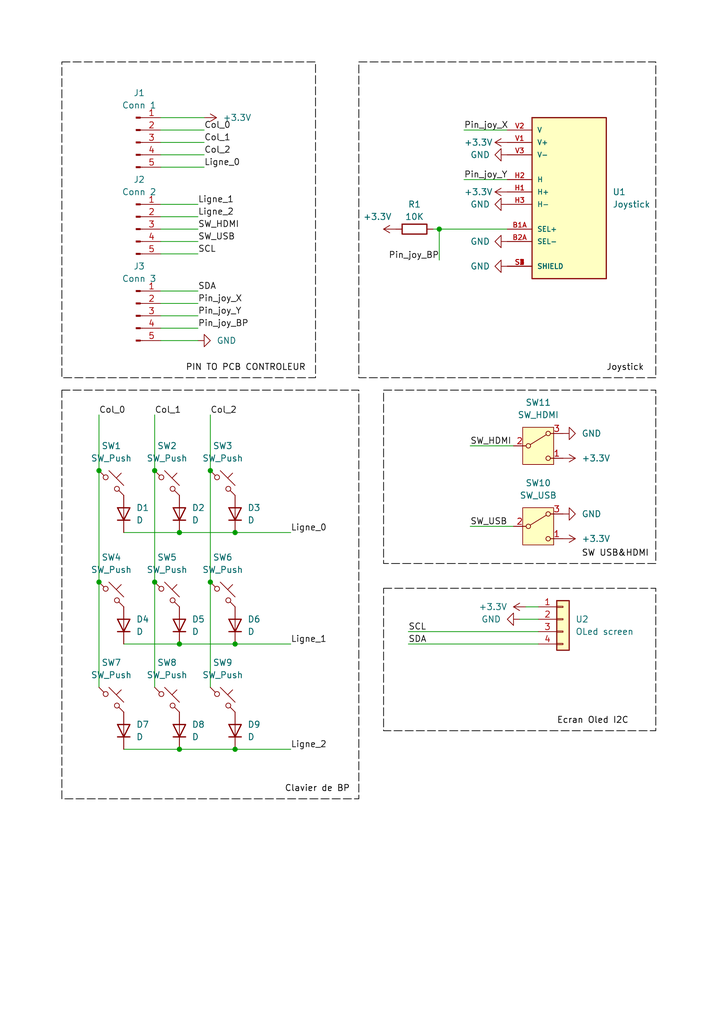
<source format=kicad_sch>
(kicad_sch (version 20230121) (generator eeschema)

  (uuid b836f1bc-3e1c-42ac-8224-379c7f91dc5b)

  (paper "A5" portrait)

  (title_block
    (title "PCB_PANEL")
    (date "2024-12-21")
    (company "POLYTECH Lyon")
    (comment 1 "Komisarek - Goossens")
    (comment 2 "https://github.com/Mattkomi/Poly_Leaf.git")
  )

  (lib_symbols
    (symbol "COM-09032:COM-09032" (pin_names (offset 1.016)) (in_bom yes) (on_board yes)
      (property "Reference" "U" (at -7.62 16.002 0)
        (effects (font (size 1.27 1.27)) (justify left bottom))
      )
      (property "Value" "COM-09032" (at -7.62 -20.32 0)
        (effects (font (size 1.27 1.27)) (justify left bottom))
      )
      (property "Footprint" "COM-09032:XDCR_COM-09032" (at 0 0 0)
        (effects (font (size 1.27 1.27)) (justify bottom) hide)
      )
      (property "Datasheet" "" (at 0 0 0)
        (effects (font (size 1.27 1.27)) hide)
      )
      (property "MF" "SparkFun Electronics" (at 0 0 0)
        (effects (font (size 1.27 1.27)) (justify bottom) hide)
      )
      (property "MAXIMUM_PACKAGE_HEIGHT" "30.1mm" (at 0 0 0)
        (effects (font (size 1.27 1.27)) (justify bottom) hide)
      )
      (property "Package" "Package" (at 0 0 0)
        (effects (font (size 1.27 1.27)) (justify bottom) hide)
      )
      (property "Price" "None" (at 0 0 0)
        (effects (font (size 1.27 1.27)) (justify bottom) hide)
      )
      (property "Check_prices" "https://www.snapeda.com/parts/COM-09032/SparkFun+Electronics/view-part/?ref=eda" (at 0 0 0)
        (effects (font (size 1.27 1.27)) (justify bottom) hide)
      )
      (property "STANDARD" "Manufacturer Recommendations" (at 0 0 0)
        (effects (font (size 1.27 1.27)) (justify bottom) hide)
      )
      (property "PARTREV" "N/A" (at 0 0 0)
        (effects (font (size 1.27 1.27)) (justify bottom) hide)
      )
      (property "SnapEDA_Link" "https://www.snapeda.com/parts/COM-09032/SparkFun+Electronics/view-part/?ref=snap" (at 0 0 0)
        (effects (font (size 1.27 1.27)) (justify bottom) hide)
      )
      (property "MP" "COM-09032" (at 0 0 0)
        (effects (font (size 1.27 1.27)) (justify bottom) hide)
      )
      (property "Description" "\n                        \n                            Joystick, 2 - Axis Analog (Resistive) Output\n                        \n" (at 0 0 0)
        (effects (font (size 1.27 1.27)) (justify bottom) hide)
      )
      (property "Availability" "In Stock" (at 0 0 0)
        (effects (font (size 1.27 1.27)) (justify bottom) hide)
      )
      (property "MANUFACTURER" "SparkFun Electronics" (at 0 0 0)
        (effects (font (size 1.27 1.27)) (justify bottom) hide)
      )
      (symbol "COM-09032_0_0"
        (rectangle (start -7.62 -17.78) (end 7.62 15.24)
          (stroke (width 0.254) (type default))
          (fill (type background))
        )
        (pin passive line (at -12.7 -7.62 0) (length 5.08)
          (name "SEL+" (effects (font (size 1.016 1.016))))
          (number "B1A" (effects (font (size 1.016 1.016))))
        )
        (pin passive line (at -12.7 -10.16 0) (length 5.08)
          (name "SEL-" (effects (font (size 1.016 1.016))))
          (number "B2A" (effects (font (size 1.016 1.016))))
        )
        (pin passive line (at -12.7 0 0) (length 5.08)
          (name "H+" (effects (font (size 1.016 1.016))))
          (number "H1" (effects (font (size 1.016 1.016))))
        )
        (pin passive line (at -12.7 2.54 0) (length 5.08)
          (name "H" (effects (font (size 1.016 1.016))))
          (number "H2" (effects (font (size 1.016 1.016))))
        )
        (pin passive line (at -12.7 -2.54 0) (length 5.08)
          (name "H-" (effects (font (size 1.016 1.016))))
          (number "H3" (effects (font (size 1.016 1.016))))
        )
        (pin passive line (at -12.7 -15.24 0) (length 5.08)
          (name "SHIELD" (effects (font (size 1.016 1.016))))
          (number "S1" (effects (font (size 1.016 1.016))))
        )
        (pin passive line (at -12.7 -15.24 0) (length 5.08)
          (name "SHIELD" (effects (font (size 1.016 1.016))))
          (number "S2" (effects (font (size 1.016 1.016))))
        )
        (pin passive line (at -12.7 -15.24 0) (length 5.08)
          (name "SHIELD" (effects (font (size 1.016 1.016))))
          (number "S3" (effects (font (size 1.016 1.016))))
        )
        (pin passive line (at -12.7 -15.24 0) (length 5.08)
          (name "SHIELD" (effects (font (size 1.016 1.016))))
          (number "S4" (effects (font (size 1.016 1.016))))
        )
        (pin passive line (at -12.7 10.16 0) (length 5.08)
          (name "V+" (effects (font (size 1.016 1.016))))
          (number "V1" (effects (font (size 1.016 1.016))))
        )
        (pin passive line (at -12.7 12.7 0) (length 5.08)
          (name "V" (effects (font (size 1.016 1.016))))
          (number "V2" (effects (font (size 1.016 1.016))))
        )
        (pin passive line (at -12.7 7.62 0) (length 5.08)
          (name "V-" (effects (font (size 1.016 1.016))))
          (number "V3" (effects (font (size 1.016 1.016))))
        )
      )
    )
    (symbol "Connector:Conn_01x05_Pin" (pin_names (offset 1.016) hide) (in_bom yes) (on_board yes)
      (property "Reference" "J" (at 0 7.62 0)
        (effects (font (size 1.27 1.27)))
      )
      (property "Value" "Conn_01x05_Pin" (at 0 -7.62 0)
        (effects (font (size 1.27 1.27)))
      )
      (property "Footprint" "" (at 0 0 0)
        (effects (font (size 1.27 1.27)) hide)
      )
      (property "Datasheet" "~" (at 0 0 0)
        (effects (font (size 1.27 1.27)) hide)
      )
      (property "ki_locked" "" (at 0 0 0)
        (effects (font (size 1.27 1.27)))
      )
      (property "ki_keywords" "connector" (at 0 0 0)
        (effects (font (size 1.27 1.27)) hide)
      )
      (property "ki_description" "Generic connector, single row, 01x05, script generated" (at 0 0 0)
        (effects (font (size 1.27 1.27)) hide)
      )
      (property "ki_fp_filters" "Connector*:*_1x??_*" (at 0 0 0)
        (effects (font (size 1.27 1.27)) hide)
      )
      (symbol "Conn_01x05_Pin_1_1"
        (polyline
          (pts
            (xy 1.27 -5.08)
            (xy 0.8636 -5.08)
          )
          (stroke (width 0.1524) (type default))
          (fill (type none))
        )
        (polyline
          (pts
            (xy 1.27 -2.54)
            (xy 0.8636 -2.54)
          )
          (stroke (width 0.1524) (type default))
          (fill (type none))
        )
        (polyline
          (pts
            (xy 1.27 0)
            (xy 0.8636 0)
          )
          (stroke (width 0.1524) (type default))
          (fill (type none))
        )
        (polyline
          (pts
            (xy 1.27 2.54)
            (xy 0.8636 2.54)
          )
          (stroke (width 0.1524) (type default))
          (fill (type none))
        )
        (polyline
          (pts
            (xy 1.27 5.08)
            (xy 0.8636 5.08)
          )
          (stroke (width 0.1524) (type default))
          (fill (type none))
        )
        (rectangle (start 0.8636 -4.953) (end 0 -5.207)
          (stroke (width 0.1524) (type default))
          (fill (type outline))
        )
        (rectangle (start 0.8636 -2.413) (end 0 -2.667)
          (stroke (width 0.1524) (type default))
          (fill (type outline))
        )
        (rectangle (start 0.8636 0.127) (end 0 -0.127)
          (stroke (width 0.1524) (type default))
          (fill (type outline))
        )
        (rectangle (start 0.8636 2.667) (end 0 2.413)
          (stroke (width 0.1524) (type default))
          (fill (type outline))
        )
        (rectangle (start 0.8636 5.207) (end 0 4.953)
          (stroke (width 0.1524) (type default))
          (fill (type outline))
        )
        (pin passive line (at 5.08 5.08 180) (length 3.81)
          (name "Pin_1" (effects (font (size 1.27 1.27))))
          (number "1" (effects (font (size 1.27 1.27))))
        )
        (pin passive line (at 5.08 2.54 180) (length 3.81)
          (name "Pin_2" (effects (font (size 1.27 1.27))))
          (number "2" (effects (font (size 1.27 1.27))))
        )
        (pin passive line (at 5.08 0 180) (length 3.81)
          (name "Pin_3" (effects (font (size 1.27 1.27))))
          (number "3" (effects (font (size 1.27 1.27))))
        )
        (pin passive line (at 5.08 -2.54 180) (length 3.81)
          (name "Pin_4" (effects (font (size 1.27 1.27))))
          (number "4" (effects (font (size 1.27 1.27))))
        )
        (pin passive line (at 5.08 -5.08 180) (length 3.81)
          (name "Pin_5" (effects (font (size 1.27 1.27))))
          (number "5" (effects (font (size 1.27 1.27))))
        )
      )
    )
    (symbol "Connector_Generic:Conn_01x04" (pin_names (offset 1.016) hide) (in_bom yes) (on_board yes)
      (property "Reference" "J" (at 0 5.08 0)
        (effects (font (size 1.27 1.27)))
      )
      (property "Value" "Conn_01x04" (at 0 -7.62 0)
        (effects (font (size 1.27 1.27)))
      )
      (property "Footprint" "" (at 0 0 0)
        (effects (font (size 1.27 1.27)) hide)
      )
      (property "Datasheet" "~" (at 0 0 0)
        (effects (font (size 1.27 1.27)) hide)
      )
      (property "ki_keywords" "connector" (at 0 0 0)
        (effects (font (size 1.27 1.27)) hide)
      )
      (property "ki_description" "Generic connector, single row, 01x04, script generated (kicad-library-utils/schlib/autogen/connector/)" (at 0 0 0)
        (effects (font (size 1.27 1.27)) hide)
      )
      (property "ki_fp_filters" "Connector*:*_1x??_*" (at 0 0 0)
        (effects (font (size 1.27 1.27)) hide)
      )
      (symbol "Conn_01x04_1_1"
        (rectangle (start -1.27 -4.953) (end 0 -5.207)
          (stroke (width 0.1524) (type default))
          (fill (type none))
        )
        (rectangle (start -1.27 -2.413) (end 0 -2.667)
          (stroke (width 0.1524) (type default))
          (fill (type none))
        )
        (rectangle (start -1.27 0.127) (end 0 -0.127)
          (stroke (width 0.1524) (type default))
          (fill (type none))
        )
        (rectangle (start -1.27 2.667) (end 0 2.413)
          (stroke (width 0.1524) (type default))
          (fill (type none))
        )
        (rectangle (start -1.27 3.81) (end 1.27 -6.35)
          (stroke (width 0.254) (type default))
          (fill (type background))
        )
        (pin passive line (at -5.08 2.54 0) (length 3.81)
          (name "Pin_1" (effects (font (size 1.27 1.27))))
          (number "1" (effects (font (size 1.27 1.27))))
        )
        (pin passive line (at -5.08 0 0) (length 3.81)
          (name "Pin_2" (effects (font (size 1.27 1.27))))
          (number "2" (effects (font (size 1.27 1.27))))
        )
        (pin passive line (at -5.08 -2.54 0) (length 3.81)
          (name "Pin_3" (effects (font (size 1.27 1.27))))
          (number "3" (effects (font (size 1.27 1.27))))
        )
        (pin passive line (at -5.08 -5.08 0) (length 3.81)
          (name "Pin_4" (effects (font (size 1.27 1.27))))
          (number "4" (effects (font (size 1.27 1.27))))
        )
      )
    )
    (symbol "Device:D" (pin_numbers hide) (pin_names (offset 1.016) hide) (in_bom yes) (on_board yes)
      (property "Reference" "D" (at 0 2.54 0)
        (effects (font (size 1.27 1.27)))
      )
      (property "Value" "D" (at 0 -2.54 0)
        (effects (font (size 1.27 1.27)))
      )
      (property "Footprint" "" (at 0 0 0)
        (effects (font (size 1.27 1.27)) hide)
      )
      (property "Datasheet" "~" (at 0 0 0)
        (effects (font (size 1.27 1.27)) hide)
      )
      (property "Sim.Device" "D" (at 0 0 0)
        (effects (font (size 1.27 1.27)) hide)
      )
      (property "Sim.Pins" "1=K 2=A" (at 0 0 0)
        (effects (font (size 1.27 1.27)) hide)
      )
      (property "ki_keywords" "diode" (at 0 0 0)
        (effects (font (size 1.27 1.27)) hide)
      )
      (property "ki_description" "Diode" (at 0 0 0)
        (effects (font (size 1.27 1.27)) hide)
      )
      (property "ki_fp_filters" "TO-???* *_Diode_* *SingleDiode* D_*" (at 0 0 0)
        (effects (font (size 1.27 1.27)) hide)
      )
      (symbol "D_0_1"
        (polyline
          (pts
            (xy -1.27 1.27)
            (xy -1.27 -1.27)
          )
          (stroke (width 0.254) (type default))
          (fill (type none))
        )
        (polyline
          (pts
            (xy 1.27 0)
            (xy -1.27 0)
          )
          (stroke (width 0) (type default))
          (fill (type none))
        )
        (polyline
          (pts
            (xy 1.27 1.27)
            (xy 1.27 -1.27)
            (xy -1.27 0)
            (xy 1.27 1.27)
          )
          (stroke (width 0.254) (type default))
          (fill (type none))
        )
      )
      (symbol "D_1_1"
        (pin passive line (at -3.81 0 0) (length 2.54)
          (name "K" (effects (font (size 1.27 1.27))))
          (number "1" (effects (font (size 1.27 1.27))))
        )
        (pin passive line (at 3.81 0 180) (length 2.54)
          (name "A" (effects (font (size 1.27 1.27))))
          (number "2" (effects (font (size 1.27 1.27))))
        )
      )
    )
    (symbol "Device:R" (pin_numbers hide) (pin_names (offset 0)) (in_bom yes) (on_board yes)
      (property "Reference" "R" (at 2.032 0 90)
        (effects (font (size 1.27 1.27)))
      )
      (property "Value" "R" (at 0 0 90)
        (effects (font (size 1.27 1.27)))
      )
      (property "Footprint" "" (at -1.778 0 90)
        (effects (font (size 1.27 1.27)) hide)
      )
      (property "Datasheet" "~" (at 0 0 0)
        (effects (font (size 1.27 1.27)) hide)
      )
      (property "ki_keywords" "R res resistor" (at 0 0 0)
        (effects (font (size 1.27 1.27)) hide)
      )
      (property "ki_description" "Resistor" (at 0 0 0)
        (effects (font (size 1.27 1.27)) hide)
      )
      (property "ki_fp_filters" "R_*" (at 0 0 0)
        (effects (font (size 1.27 1.27)) hide)
      )
      (symbol "R_0_1"
        (rectangle (start -1.016 -2.54) (end 1.016 2.54)
          (stroke (width 0.254) (type default))
          (fill (type none))
        )
      )
      (symbol "R_1_1"
        (pin passive line (at 0 3.81 270) (length 1.27)
          (name "~" (effects (font (size 1.27 1.27))))
          (number "1" (effects (font (size 1.27 1.27))))
        )
        (pin passive line (at 0 -3.81 90) (length 1.27)
          (name "~" (effects (font (size 1.27 1.27))))
          (number "2" (effects (font (size 1.27 1.27))))
        )
      )
    )
    (symbol "Switch:SW_Nidec_CAS-120A1" (pin_names (offset 1) hide) (in_bom yes) (on_board yes)
      (property "Reference" "SW" (at 0 4.318 0)
        (effects (font (size 1.27 1.27)))
      )
      (property "Value" "SW_Nidec_CAS-120A1" (at 0 -5.08 0)
        (effects (font (size 1.27 1.27)))
      )
      (property "Footprint" "Button_Switch_SMD:Nidec_Copal_CAS-120A" (at 0 -10.16 0)
        (effects (font (size 1.27 1.27)) hide)
      )
      (property "Datasheet" "https://www.nidec-components.com/e/catalog/switch/cas.pdf" (at 0 -7.62 0)
        (effects (font (size 1.27 1.27)) hide)
      )
      (property "ki_keywords" "switch single-pole double-throw spdt ON-ON" (at 0 0 0)
        (effects (font (size 1.27 1.27)) hide)
      )
      (property "ki_description" "Switch, single pole double throw" (at 0 0 0)
        (effects (font (size 1.27 1.27)) hide)
      )
      (property "ki_fp_filters" "*Nidec?Copal?CAS?120A*" (at 0 0 0)
        (effects (font (size 1.27 1.27)) hide)
      )
      (symbol "SW_Nidec_CAS-120A1_0_1"
        (circle (center -2.032 0) (radius 0.4572)
          (stroke (width 0) (type default))
          (fill (type none))
        )
        (polyline
          (pts
            (xy -1.651 0.254)
            (xy 1.651 2.286)
          )
          (stroke (width 0) (type default))
          (fill (type none))
        )
        (circle (center 2.032 -2.54) (radius 0.4572)
          (stroke (width 0) (type default))
          (fill (type none))
        )
        (circle (center 2.032 2.54) (radius 0.4572)
          (stroke (width 0) (type default))
          (fill (type none))
        )
      )
      (symbol "SW_Nidec_CAS-120A1_1_1"
        (rectangle (start -3.175 3.81) (end 3.175 -3.81)
          (stroke (width 0) (type default))
          (fill (type background))
        )
        (pin passive line (at 5.08 -2.54 180) (length 2.54)
          (name "C" (effects (font (size 1.27 1.27))))
          (number "1" (effects (font (size 1.27 1.27))))
        )
        (pin passive line (at -5.08 0 0) (length 2.54)
          (name "B" (effects (font (size 1.27 1.27))))
          (number "2" (effects (font (size 1.27 1.27))))
        )
        (pin passive line (at 5.08 2.54 180) (length 2.54)
          (name "A" (effects (font (size 1.27 1.27))))
          (number "3" (effects (font (size 1.27 1.27))))
        )
      )
    )
    (symbol "Switch:SW_Push_45deg" (pin_numbers hide) (pin_names (offset 1.016) hide) (in_bom yes) (on_board yes)
      (property "Reference" "SW" (at 3.048 1.016 0)
        (effects (font (size 1.27 1.27)) (justify left))
      )
      (property "Value" "SW_Push_45deg" (at 0 -3.81 0)
        (effects (font (size 1.27 1.27)))
      )
      (property "Footprint" "" (at 0 0 0)
        (effects (font (size 1.27 1.27)) hide)
      )
      (property "Datasheet" "~" (at 0 0 0)
        (effects (font (size 1.27 1.27)) hide)
      )
      (property "ki_keywords" "switch normally-open pushbutton push-button" (at 0 0 0)
        (effects (font (size 1.27 1.27)) hide)
      )
      (property "ki_description" "Push button switch, normally open, two pins, 45° tilted" (at 0 0 0)
        (effects (font (size 1.27 1.27)) hide)
      )
      (symbol "SW_Push_45deg_0_1"
        (circle (center -1.1684 1.1684) (radius 0.508)
          (stroke (width 0) (type default))
          (fill (type none))
        )
        (polyline
          (pts
            (xy -0.508 2.54)
            (xy 2.54 -0.508)
          )
          (stroke (width 0) (type default))
          (fill (type none))
        )
        (polyline
          (pts
            (xy 1.016 1.016)
            (xy 2.032 2.032)
          )
          (stroke (width 0) (type default))
          (fill (type none))
        )
        (polyline
          (pts
            (xy -2.54 2.54)
            (xy -1.524 1.524)
            (xy -1.524 1.524)
          )
          (stroke (width 0) (type default))
          (fill (type none))
        )
        (polyline
          (pts
            (xy 1.524 -1.524)
            (xy 2.54 -2.54)
            (xy 2.54 -2.54)
            (xy 2.54 -2.54)
          )
          (stroke (width 0) (type default))
          (fill (type none))
        )
        (circle (center 1.143 -1.1938) (radius 0.508)
          (stroke (width 0) (type default))
          (fill (type none))
        )
        (pin passive line (at -2.54 2.54 0) (length 0)
          (name "1" (effects (font (size 1.27 1.27))))
          (number "1" (effects (font (size 1.27 1.27))))
        )
        (pin passive line (at 2.54 -2.54 180) (length 0)
          (name "2" (effects (font (size 1.27 1.27))))
          (number "2" (effects (font (size 1.27 1.27))))
        )
      )
    )
    (symbol "power:+3.3V" (power) (pin_names (offset 0)) (in_bom yes) (on_board yes)
      (property "Reference" "#PWR" (at 0 -3.81 0)
        (effects (font (size 1.27 1.27)) hide)
      )
      (property "Value" "+3.3V" (at 0 3.556 0)
        (effects (font (size 1.27 1.27)))
      )
      (property "Footprint" "" (at 0 0 0)
        (effects (font (size 1.27 1.27)) hide)
      )
      (property "Datasheet" "" (at 0 0 0)
        (effects (font (size 1.27 1.27)) hide)
      )
      (property "ki_keywords" "global power" (at 0 0 0)
        (effects (font (size 1.27 1.27)) hide)
      )
      (property "ki_description" "Power symbol creates a global label with name \"+3.3V\"" (at 0 0 0)
        (effects (font (size 1.27 1.27)) hide)
      )
      (symbol "+3.3V_0_1"
        (polyline
          (pts
            (xy -0.762 1.27)
            (xy 0 2.54)
          )
          (stroke (width 0) (type default))
          (fill (type none))
        )
        (polyline
          (pts
            (xy 0 0)
            (xy 0 2.54)
          )
          (stroke (width 0) (type default))
          (fill (type none))
        )
        (polyline
          (pts
            (xy 0 2.54)
            (xy 0.762 1.27)
          )
          (stroke (width 0) (type default))
          (fill (type none))
        )
      )
      (symbol "+3.3V_1_1"
        (pin power_in line (at 0 0 90) (length 0) hide
          (name "+3.3V" (effects (font (size 1.27 1.27))))
          (number "1" (effects (font (size 1.27 1.27))))
        )
      )
    )
    (symbol "power:GND" (power) (pin_names (offset 0)) (in_bom yes) (on_board yes)
      (property "Reference" "#PWR" (at 0 -6.35 0)
        (effects (font (size 1.27 1.27)) hide)
      )
      (property "Value" "GND" (at 0 -3.81 0)
        (effects (font (size 1.27 1.27)))
      )
      (property "Footprint" "" (at 0 0 0)
        (effects (font (size 1.27 1.27)) hide)
      )
      (property "Datasheet" "" (at 0 0 0)
        (effects (font (size 1.27 1.27)) hide)
      )
      (property "ki_keywords" "global power" (at 0 0 0)
        (effects (font (size 1.27 1.27)) hide)
      )
      (property "ki_description" "Power symbol creates a global label with name \"GND\" , ground" (at 0 0 0)
        (effects (font (size 1.27 1.27)) hide)
      )
      (symbol "GND_0_1"
        (polyline
          (pts
            (xy 0 0)
            (xy 0 -1.27)
            (xy 1.27 -1.27)
            (xy 0 -2.54)
            (xy -1.27 -1.27)
            (xy 0 -1.27)
          )
          (stroke (width 0) (type default))
          (fill (type none))
        )
      )
      (symbol "GND_1_1"
        (pin power_in line (at 0 0 270) (length 0) hide
          (name "GND" (effects (font (size 1.27 1.27))))
          (number "1" (effects (font (size 1.27 1.27))))
        )
      )
    )
  )

  (junction (at 36.83 153.67) (diameter 0) (color 0 0 0 0)
    (uuid 04f1d810-591d-4b4d-9331-aadf4911a072)
  )
  (junction (at 43.18 119.38) (diameter 0) (color 0 0 0 0)
    (uuid 10ba7153-dfae-40a5-9fbe-414df52ebd9f)
  )
  (junction (at 48.26 132.08) (diameter 0) (color 0 0 0 0)
    (uuid 10d122a4-be80-415b-98a2-3916d7d5b184)
  )
  (junction (at 90.17 46.99) (diameter 0) (color 0 0 0 0)
    (uuid 3d584115-eb01-4c21-aaf0-fd456a19d6c2)
  )
  (junction (at 20.32 119.38) (diameter 0) (color 0 0 0 0)
    (uuid 582b464b-a26e-483a-ad69-da16e983659a)
  )
  (junction (at 48.26 109.22) (diameter 0) (color 0 0 0 0)
    (uuid 61597f69-131d-4ba0-be90-3392e3b49e43)
  )
  (junction (at 48.26 153.67) (diameter 0) (color 0 0 0 0)
    (uuid 7eccf78b-e6b9-406b-ad3a-f8bcf6cf4e55)
  )
  (junction (at 43.18 96.52) (diameter 0) (color 0 0 0 0)
    (uuid b2e687d5-40dd-4ca0-8274-b081c9b6d022)
  )
  (junction (at 20.32 96.52) (diameter 0) (color 0 0 0 0)
    (uuid b8f309dd-1f5e-42b9-a02f-5ab1ea377157)
  )
  (junction (at 31.75 119.38) (diameter 0) (color 0 0 0 0)
    (uuid bc4d8e7d-6e1d-429d-8d74-9f6a4d310f26)
  )
  (junction (at 36.83 109.22) (diameter 0) (color 0 0 0 0)
    (uuid d250f5d4-9729-4306-8439-64de50d538a8)
  )
  (junction (at 36.83 132.08) (diameter 0) (color 0 0 0 0)
    (uuid ead6dd50-1222-41a8-be01-c7d1d98fc121)
  )
  (junction (at 31.75 96.52) (diameter 0) (color 0 0 0 0)
    (uuid f671f332-aa3c-4322-953a-d017ab009008)
  )

  (wire (pts (xy 43.18 96.52) (xy 43.18 119.38))
    (stroke (width 0) (type default))
    (uuid 0277c02a-c410-4441-950d-a7dbb784bc95)
  )
  (wire (pts (xy 88.9 46.99) (xy 90.17 46.99))
    (stroke (width 0) (type default))
    (uuid 03426e2f-a9d2-4450-a1b6-cc918ffdea31)
  )
  (wire (pts (xy 33.02 64.77) (xy 40.64 64.77))
    (stroke (width 0) (type default))
    (uuid 075f9bd8-c6b8-4b16-8a66-05bb7af8b507)
  )
  (wire (pts (xy 33.02 34.29) (xy 41.91 34.29))
    (stroke (width 0) (type default))
    (uuid 12a410f9-350b-4efc-b709-edac40959bbf)
  )
  (wire (pts (xy 48.26 132.08) (xy 59.69 132.08))
    (stroke (width 0) (type default))
    (uuid 21841373-0df7-4bbd-85e4-831112cd6d2f)
  )
  (wire (pts (xy 31.75 85.09) (xy 31.75 96.52))
    (stroke (width 0) (type default))
    (uuid 2315280c-76cf-498f-94c1-0718743a515f)
  )
  (wire (pts (xy 43.18 85.09) (xy 43.18 96.52))
    (stroke (width 0) (type default))
    (uuid 25f14b04-65a3-47f4-a213-0a7c74b61ce0)
  )
  (wire (pts (xy 33.02 62.23) (xy 40.64 62.23))
    (stroke (width 0) (type default))
    (uuid 2766b34a-36ca-403b-a1a6-67b58a2f516e)
  )
  (wire (pts (xy 33.02 24.13) (xy 41.91 24.13))
    (stroke (width 0) (type default))
    (uuid 2c3bf50d-4302-45fa-a14c-e680ad2e2f90)
  )
  (wire (pts (xy 33.02 52.07) (xy 40.64 52.07))
    (stroke (width 0) (type default))
    (uuid 335f978f-81f3-47e6-850e-5bf881929e5e)
  )
  (wire (pts (xy 36.83 153.67) (xy 48.26 153.67))
    (stroke (width 0) (type default))
    (uuid 36a6b133-f96a-4e62-93d2-0cfcee699fe0)
  )
  (wire (pts (xy 25.4 132.08) (xy 36.83 132.08))
    (stroke (width 0) (type default))
    (uuid 3afa47da-06ff-4249-821d-132c93215f6f)
  )
  (wire (pts (xy 96.52 107.95) (xy 105.41 107.95))
    (stroke (width 0) (type default))
    (uuid 3bb64b55-294c-4e44-b980-e330df586ef0)
  )
  (wire (pts (xy 96.52 91.44) (xy 105.41 91.44))
    (stroke (width 0) (type default))
    (uuid 3fd5fccc-3ff8-4dab-8c1c-9333e1cc0107)
  )
  (wire (pts (xy 33.02 29.21) (xy 41.91 29.21))
    (stroke (width 0) (type default))
    (uuid 4379e5c6-4d07-43a0-860b-d7ed9fbbcbdc)
  )
  (wire (pts (xy 95.25 26.67) (xy 104.14 26.67))
    (stroke (width 0) (type default))
    (uuid 47d3b967-e4c2-45a4-80fa-221b8676f2a7)
  )
  (wire (pts (xy 20.32 119.38) (xy 20.32 140.97))
    (stroke (width 0) (type default))
    (uuid 482ffd77-dc82-4c9b-94a8-6dd31d25e02a)
  )
  (wire (pts (xy 31.75 96.52) (xy 31.75 119.38))
    (stroke (width 0) (type default))
    (uuid 5b6f498c-f10e-4fc3-b476-a88bc5ac7fa1)
  )
  (wire (pts (xy 43.18 119.38) (xy 43.18 140.97))
    (stroke (width 0) (type default))
    (uuid 62a2bd5c-8dbc-4b31-9886-19db9f96fac6)
  )
  (wire (pts (xy 20.32 96.52) (xy 20.32 119.38))
    (stroke (width 0) (type default))
    (uuid 6a1777a4-3616-455d-ab12-11d72befd5ed)
  )
  (wire (pts (xy 31.75 119.38) (xy 31.75 140.97))
    (stroke (width 0) (type default))
    (uuid 70a2ef16-d154-49d9-8df4-a5feddbc7788)
  )
  (wire (pts (xy 95.25 36.83) (xy 104.14 36.83))
    (stroke (width 0) (type default))
    (uuid 70d39270-45e1-4506-bdf0-b6bb85e1b2a8)
  )
  (wire (pts (xy 33.02 69.85) (xy 40.64 69.85))
    (stroke (width 0) (type default))
    (uuid 713d6858-2c20-48bf-82ac-3d53c199b721)
  )
  (wire (pts (xy 33.02 41.91) (xy 40.64 41.91))
    (stroke (width 0) (type default))
    (uuid 76e631ca-07a3-4195-8116-db30faf3e9ab)
  )
  (wire (pts (xy 33.02 49.53) (xy 40.64 49.53))
    (stroke (width 0) (type default))
    (uuid 79ce42b6-c924-4958-b62f-f172db7a0971)
  )
  (wire (pts (xy 20.32 85.09) (xy 20.32 96.52))
    (stroke (width 0) (type default))
    (uuid 83a50891-0e64-499e-8015-1c61067bfe73)
  )
  (wire (pts (xy 33.02 46.99) (xy 40.64 46.99))
    (stroke (width 0) (type default))
    (uuid 8b017701-bf02-47c8-b177-44ea9ec22479)
  )
  (wire (pts (xy 107.95 124.46) (xy 110.49 124.46))
    (stroke (width 0) (type default))
    (uuid 95ac3286-e037-435f-83de-600c2a66a542)
  )
  (wire (pts (xy 33.02 31.75) (xy 41.91 31.75))
    (stroke (width 0) (type default))
    (uuid 96a9da2c-a035-4928-8d3b-c9a2cfb208e0)
  )
  (wire (pts (xy 83.82 132.08) (xy 110.49 132.08))
    (stroke (width 0) (type default))
    (uuid 974a287b-22cf-473c-b0a7-cbac0b18d04c)
  )
  (wire (pts (xy 33.02 44.45) (xy 40.64 44.45))
    (stroke (width 0) (type default))
    (uuid a255eaaa-b0a1-43bd-954c-82dd05419d49)
  )
  (wire (pts (xy 90.17 46.99) (xy 104.14 46.99))
    (stroke (width 0) (type default))
    (uuid a7b366a1-a98d-40d1-b4b1-c2b1c592a940)
  )
  (wire (pts (xy 36.83 109.22) (xy 48.26 109.22))
    (stroke (width 0) (type default))
    (uuid ac59ab8d-81b1-49cc-8ffd-70f204c4787f)
  )
  (wire (pts (xy 110.49 127) (xy 106.68 127))
    (stroke (width 0) (type default))
    (uuid b0c730f5-54da-454c-ab81-cd9ce3336417)
  )
  (wire (pts (xy 48.26 153.67) (xy 59.69 153.67))
    (stroke (width 0) (type default))
    (uuid b68f95dd-8076-456e-812b-41cdc0c54e99)
  )
  (wire (pts (xy 90.17 46.99) (xy 90.17 53.34))
    (stroke (width 0) (type default))
    (uuid b97cd36f-a145-4512-b8bc-bbb3e5d18727)
  )
  (wire (pts (xy 33.02 67.31) (xy 40.64 67.31))
    (stroke (width 0) (type default))
    (uuid bbfb34e2-d6df-4392-81e5-5a7b4a60144f)
  )
  (wire (pts (xy 25.4 109.22) (xy 36.83 109.22))
    (stroke (width 0) (type default))
    (uuid cc495447-6937-4663-b3cf-310bb52d1369)
  )
  (wire (pts (xy 36.83 132.08) (xy 48.26 132.08))
    (stroke (width 0) (type default))
    (uuid e2a8dcfb-de8c-4821-949b-a5bbc21975ec)
  )
  (wire (pts (xy 33.02 59.69) (xy 40.64 59.69))
    (stroke (width 0) (type default))
    (uuid e448ace1-ebaf-4ee2-af2a-1b70109df77f)
  )
  (wire (pts (xy 48.26 109.22) (xy 59.69 109.22))
    (stroke (width 0) (type default))
    (uuid ece25a4f-b41b-4f8e-8e9d-42899f5c516b)
  )
  (wire (pts (xy 33.02 26.67) (xy 41.91 26.67))
    (stroke (width 0) (type default))
    (uuid f9636225-2a6f-4897-94bb-ac45d4d31ec0)
  )
  (wire (pts (xy 25.4 153.67) (xy 36.83 153.67))
    (stroke (width 0) (type default))
    (uuid fc519225-e0ae-4fb0-87bc-6b8eca8f42bc)
  )
  (wire (pts (xy 83.82 129.54) (xy 110.49 129.54))
    (stroke (width 0) (type default))
    (uuid fd1ac78b-746e-4f49-bb31-0d4c9727a9a2)
  )

  (rectangle (start 73.66 12.7) (end 134.62 77.47)
    (stroke (width 0) (type dash) (color 0 0 0 1))
    (fill (type none))
    (uuid 7ce5e292-5f24-4c98-98c8-17fe85a08f43)
  )
  (rectangle (start 78.74 80.01) (end 134.62 115.57)
    (stroke (width 0) (type dash) (color 0 0 0 1))
    (fill (type none))
    (uuid 9f37dcd0-d2a9-4c56-a0ac-971a710e9172)
  )
  (rectangle (start 12.7 80.01) (end 73.66 163.83)
    (stroke (width 0) (type dash) (color 0 0 0 1))
    (fill (type none))
    (uuid cf8160c7-d003-4f28-852d-ccf62bf07ca2)
  )
  (rectangle (start 12.7 12.7) (end 64.77 77.47)
    (stroke (width 0) (type dash) (color 0 0 0 1))
    (fill (type none))
    (uuid d5e41666-9bd2-49a7-bab2-571527da6016)
  )
  (rectangle (start 78.74 120.65) (end 134.62 149.86)
    (stroke (width 0) (type dash) (color 0 0 0 1))
    (fill (type none))
    (uuid f4076bf2-ab27-4922-8deb-e7936532273a)
  )

  (text "Ecran Oled I2C" (at 114.3 148.59 0)
    (effects (font (size 1.27 1.27) (color 0 0 0 1)) (justify left bottom))
    (uuid 0ac74480-7e96-483e-bcca-4e414df2fd90)
  )
  (text "SW USB&HDMI" (at 119.38 114.3 0)
    (effects (font (size 1.27 1.27) (color 0 0 0 1)) (justify left bottom))
    (uuid 5108120c-456c-4ae9-ab94-686775567eea)
  )
  (text "Joystick\n" (at 124.46 76.2 0)
    (effects (font (size 1.27 1.27) (color 0 0 0 1)) (justify left bottom))
    (uuid 77483840-ad7a-4496-b483-5bff01584a50)
  )
  (text "PIN TO PCB CONTROLEUR" (at 38.1 76.2 0)
    (effects (font (size 1.27 1.27) (color 0 0 0 1)) (justify left bottom))
    (uuid 8ac9bf86-569b-4a19-a769-a9cebad112d6)
  )
  (text "Clavier de BP" (at 58.42 162.56 0)
    (effects (font (size 1.27 1.27) (color 0 0 0 1)) (justify left bottom))
    (uuid e1410c93-c167-412f-bcc9-6797299c806c)
  )

  (label "SW_HDMI" (at 40.64 46.99 0) (fields_autoplaced)
    (effects (font (size 1.27 1.27)) (justify left bottom))
    (uuid 082a959d-7017-4849-8e6b-5f60e3781fa3)
  )
  (label "Ligne_0" (at 59.69 109.22 0) (fields_autoplaced)
    (effects (font (size 1.27 1.27)) (justify left bottom))
    (uuid 15733168-6b29-474f-abfa-7bea039389c8)
  )
  (label "Col_0" (at 20.32 85.09 0) (fields_autoplaced)
    (effects (font (size 1.27 1.27)) (justify left bottom))
    (uuid 2eb9112d-eac8-4913-bfa3-8e48931e2668)
  )
  (label "Col_2" (at 43.18 85.09 0) (fields_autoplaced)
    (effects (font (size 1.27 1.27)) (justify left bottom))
    (uuid 2ef194fa-dca0-4802-8122-5c8bfe71b9ad)
  )
  (label "Ligne_2" (at 40.64 44.45 0) (fields_autoplaced)
    (effects (font (size 1.27 1.27)) (justify left bottom))
    (uuid 349a94c5-e099-4e83-a098-65ee41937bf4)
  )
  (label "SCL" (at 40.64 52.07 0) (fields_autoplaced)
    (effects (font (size 1.27 1.27)) (justify left bottom))
    (uuid 42fbd04b-924f-45e4-b68b-08d58769126c)
  )
  (label "Ligne_1" (at 40.64 41.91 0) (fields_autoplaced)
    (effects (font (size 1.27 1.27)) (justify left bottom))
    (uuid 4306127e-ed59-48ea-b25a-29bcb9817593)
  )
  (label "SW_HDMI" (at 96.52 91.44 0) (fields_autoplaced)
    (effects (font (size 1.27 1.27)) (justify left bottom))
    (uuid 4660c0e2-03a1-49e6-ac14-97ebddc3f333)
  )
  (label "Pin_joy_Y" (at 95.25 36.83 0) (fields_autoplaced)
    (effects (font (size 1.27 1.27)) (justify left bottom))
    (uuid 48ef6467-451c-4c5f-972d-9d5ab3dcb099)
  )
  (label "Ligne_0" (at 41.91 34.29 0) (fields_autoplaced)
    (effects (font (size 1.27 1.27)) (justify left bottom))
    (uuid 494ee5f7-581c-42ce-a7ac-043a55e075b4)
  )
  (label "Col_1" (at 41.91 29.21 0) (fields_autoplaced)
    (effects (font (size 1.27 1.27)) (justify left bottom))
    (uuid 69b36515-c9dd-4bc5-8a31-a87f612e217c)
  )
  (label "Ligne_1" (at 59.69 132.08 0) (fields_autoplaced)
    (effects (font (size 1.27 1.27)) (justify left bottom))
    (uuid 76d7a8cc-f7e9-48ed-9d18-66cc3a9930bf)
  )
  (label "Ligne_2" (at 59.69 153.67 0) (fields_autoplaced)
    (effects (font (size 1.27 1.27)) (justify left bottom))
    (uuid 78b816f6-68ff-4cbe-9caa-067a15dc4338)
  )
  (label "SCL" (at 83.82 129.54 0) (fields_autoplaced)
    (effects (font (size 1.27 1.27)) (justify left bottom))
    (uuid 7c4b34db-5b74-4e4f-a1ba-fef0ad50eb4a)
  )
  (label "SDA" (at 83.82 132.08 0) (fields_autoplaced)
    (effects (font (size 1.27 1.27)) (justify left bottom))
    (uuid a5fd7c9a-159f-4400-8350-a794faff4c4d)
  )
  (label "Pin_joy_BP" (at 40.64 67.31 0) (fields_autoplaced)
    (effects (font (size 1.27 1.27)) (justify left bottom))
    (uuid aac9679a-1003-4f19-89f2-d3cc0b54ec4e)
  )
  (label "Pin_joy_Y" (at 40.64 64.77 0) (fields_autoplaced)
    (effects (font (size 1.27 1.27)) (justify left bottom))
    (uuid afd89cdd-af48-442d-a7f0-b625ef0e2392)
  )
  (label "Pin_joy_X" (at 40.64 62.23 0) (fields_autoplaced)
    (effects (font (size 1.27 1.27)) (justify left bottom))
    (uuid bfe48ae0-561d-4f93-8c19-b63e32224f85)
  )
  (label "Pin_joy_X" (at 95.25 26.67 0) (fields_autoplaced)
    (effects (font (size 1.27 1.27)) (justify left bottom))
    (uuid c37b3957-0505-445f-b029-9516ca070854)
  )
  (label "SDA" (at 40.64 59.69 0) (fields_autoplaced)
    (effects (font (size 1.27 1.27)) (justify left bottom))
    (uuid cb98843c-6cdf-4f29-9f75-0b4f0819bf9d)
  )
  (label "SW_USB" (at 96.52 107.95 0) (fields_autoplaced)
    (effects (font (size 1.27 1.27)) (justify left bottom))
    (uuid cfc79660-b57f-4697-a817-d29c9a0f831d)
  )
  (label "Col_0" (at 41.91 26.67 0) (fields_autoplaced)
    (effects (font (size 1.27 1.27)) (justify left bottom))
    (uuid d847c1ce-cba8-45fd-a353-32421cfe007e)
  )
  (label "Pin_joy_BP" (at 90.17 53.34 180) (fields_autoplaced)
    (effects (font (size 1.27 1.27)) (justify right bottom))
    (uuid dab13531-6300-4e37-a6e1-dd80f01ef57d)
  )
  (label "Col_1" (at 31.75 85.09 0) (fields_autoplaced)
    (effects (font (size 1.27 1.27)) (justify left bottom))
    (uuid ebbafab4-75bf-408e-b449-fd4aec0848c2)
  )
  (label "SW_USB" (at 40.64 49.53 0) (fields_autoplaced)
    (effects (font (size 1.27 1.27)) (justify left bottom))
    (uuid f2c806ad-6429-444f-8610-58f8305ef76d)
  )
  (label "Col_2" (at 41.91 31.75 0) (fields_autoplaced)
    (effects (font (size 1.27 1.27)) (justify left bottom))
    (uuid ff0ad01d-886c-4a97-9172-050bb1c5b091)
  )

  (symbol (lib_id "power:+3.3V") (at 41.91 24.13 270) (unit 1)
    (in_bom yes) (on_board yes) (dnp no) (fields_autoplaced)
    (uuid 010ad8a6-c1ea-4516-9a4e-c2addf430786)
    (property "Reference" "#PWR03" (at 38.1 24.13 0)
      (effects (font (size 1.27 1.27)) hide)
    )
    (property "Value" "+3.3V" (at 45.72 24.13 90)
      (effects (font (size 1.27 1.27)) (justify left))
    )
    (property "Footprint" "" (at 41.91 24.13 0)
      (effects (font (size 1.27 1.27)) hide)
    )
    (property "Datasheet" "" (at 41.91 24.13 0)
      (effects (font (size 1.27 1.27)) hide)
    )
    (pin "1" (uuid 6aa17401-ea01-4c49-bf30-3dc5bec63633))
    (instances
      (project "PCB_panel"
        (path "/b836f1bc-3e1c-42ac-8224-379c7f91dc5b"
          (reference "#PWR03") (unit 1)
        )
      )
    )
  )

  (symbol (lib_id "Switch:SW_Push_45deg") (at 34.29 121.92 0) (unit 1)
    (in_bom yes) (on_board yes) (dnp no) (fields_autoplaced)
    (uuid 05f5daae-8c1d-4b63-b132-7b8554ced53a)
    (property "Reference" "SW5" (at 34.29 114.3 0)
      (effects (font (size 1.27 1.27)))
    )
    (property "Value" "SW_Push" (at 34.29 116.84 0)
      (effects (font (size 1.27 1.27)))
    )
    (property "Footprint" "Library:PVA1 OA H1 1.2N V2" (at 34.29 121.92 0)
      (effects (font (size 1.27 1.27)) hide)
    )
    (property "Datasheet" "~" (at 34.29 121.92 0)
      (effects (font (size 1.27 1.27)) hide)
    )
    (pin "1" (uuid 045119a4-a2c9-4cc0-9d81-acd4ebc13d7c))
    (pin "2" (uuid e074069a-1f25-450d-afb1-e2fba9777bd1))
    (instances
      (project "PCB_panel"
        (path "/b836f1bc-3e1c-42ac-8224-379c7f91dc5b"
          (reference "SW5") (unit 1)
        )
      )
    )
  )

  (symbol (lib_id "power:GND") (at 104.14 31.75 270) (unit 1)
    (in_bom yes) (on_board yes) (dnp no)
    (uuid 0bfd7a9f-cb64-45ee-861a-8c2bc5a125ee)
    (property "Reference" "#PWR031" (at 97.79 31.75 0)
      (effects (font (size 1.27 1.27)) hide)
    )
    (property "Value" "GND" (at 96.52 31.75 90)
      (effects (font (size 1.27 1.27)) (justify left))
    )
    (property "Footprint" "" (at 104.14 31.75 0)
      (effects (font (size 1.27 1.27)) hide)
    )
    (property "Datasheet" "" (at 104.14 31.75 0)
      (effects (font (size 1.27 1.27)) hide)
    )
    (pin "1" (uuid 54f2e0e2-1a2b-4b83-8548-9c5a43ff9a00))
    (instances
      (project "PCB_panel"
        (path "/b836f1bc-3e1c-42ac-8224-379c7f91dc5b"
          (reference "#PWR031") (unit 1)
        )
      )
    )
  )

  (symbol (lib_id "power:GND") (at 104.14 49.53 270) (unit 1)
    (in_bom yes) (on_board yes) (dnp no)
    (uuid 0dd89148-e7de-4f61-92b3-35bd62a2835c)
    (property "Reference" "#PWR09" (at 97.79 49.53 0)
      (effects (font (size 1.27 1.27)) hide)
    )
    (property "Value" "GND" (at 96.52 49.53 90)
      (effects (font (size 1.27 1.27)) (justify left))
    )
    (property "Footprint" "" (at 104.14 49.53 0)
      (effects (font (size 1.27 1.27)) hide)
    )
    (property "Datasheet" "" (at 104.14 49.53 0)
      (effects (font (size 1.27 1.27)) hide)
    )
    (pin "1" (uuid 0ae8edb8-6727-4704-8af8-d478346415e7))
    (instances
      (project "PCB_panel"
        (path "/b836f1bc-3e1c-42ac-8224-379c7f91dc5b"
          (reference "#PWR09") (unit 1)
        )
      )
    )
  )

  (symbol (lib_id "Device:D") (at 36.83 128.27 90) (unit 1)
    (in_bom yes) (on_board yes) (dnp no) (fields_autoplaced)
    (uuid 1207c04c-633d-44b8-9bff-bf9200263aa7)
    (property "Reference" "D5" (at 39.37 127 90)
      (effects (font (size 1.27 1.27)) (justify right))
    )
    (property "Value" "D" (at 39.37 129.54 90)
      (effects (font (size 1.27 1.27)) (justify right))
    )
    (property "Footprint" "Diode_THT:D_A-405_P10.16mm_Horizontal" (at 36.83 128.27 0)
      (effects (font (size 1.27 1.27)) hide)
    )
    (property "Datasheet" "~" (at 36.83 128.27 0)
      (effects (font (size 1.27 1.27)) hide)
    )
    (property "Sim.Device" "D" (at 36.83 128.27 0)
      (effects (font (size 1.27 1.27)) hide)
    )
    (property "Sim.Pins" "1=K 2=A" (at 36.83 128.27 0)
      (effects (font (size 1.27 1.27)) hide)
    )
    (pin "2" (uuid caf7534c-5e08-42b0-b414-fa1a44e05f7e))
    (pin "1" (uuid 99e65bda-5d8a-47b5-aee8-b414186fb0f1))
    (instances
      (project "PCB_panel"
        (path "/b836f1bc-3e1c-42ac-8224-379c7f91dc5b"
          (reference "D5") (unit 1)
        )
      )
    )
  )

  (symbol (lib_id "Switch:SW_Push_45deg") (at 22.86 121.92 0) (unit 1)
    (in_bom yes) (on_board yes) (dnp no) (fields_autoplaced)
    (uuid 1338beff-8e60-4245-9e59-1d1301c6d836)
    (property "Reference" "SW4" (at 22.86 114.3 0)
      (effects (font (size 1.27 1.27)))
    )
    (property "Value" "SW_Push" (at 22.86 116.84 0)
      (effects (font (size 1.27 1.27)))
    )
    (property "Footprint" "Library:PVA1 OA H1 1.2N V2" (at 22.86 121.92 0)
      (effects (font (size 1.27 1.27)) hide)
    )
    (property "Datasheet" "~" (at 22.86 121.92 0)
      (effects (font (size 1.27 1.27)) hide)
    )
    (pin "1" (uuid 989cc677-9af1-4bf9-b73f-0716990cfbc0))
    (pin "2" (uuid a5a0d390-a08f-4674-8556-d713800870f5))
    (instances
      (project "PCB_panel"
        (path "/b836f1bc-3e1c-42ac-8224-379c7f91dc5b"
          (reference "SW4") (unit 1)
        )
      )
    )
  )

  (symbol (lib_id "Switch:SW_Push_45deg") (at 45.72 121.92 0) (unit 1)
    (in_bom yes) (on_board yes) (dnp no) (fields_autoplaced)
    (uuid 1a6fe442-8693-4cff-84cc-b0000dbf7ea1)
    (property "Reference" "SW6" (at 45.72 114.3 0)
      (effects (font (size 1.27 1.27)))
    )
    (property "Value" "SW_Push" (at 45.72 116.84 0)
      (effects (font (size 1.27 1.27)))
    )
    (property "Footprint" "Library:PVA1 OA H1 1.2N V2" (at 45.72 121.92 0)
      (effects (font (size 1.27 1.27)) hide)
    )
    (property "Datasheet" "~" (at 45.72 121.92 0)
      (effects (font (size 1.27 1.27)) hide)
    )
    (pin "1" (uuid 2705109c-f0d3-4dea-a889-6b6f3475a62c))
    (pin "2" (uuid 02d4dc9f-69d6-4579-bdf6-749ae87f95d6))
    (instances
      (project "PCB_panel"
        (path "/b836f1bc-3e1c-42ac-8224-379c7f91dc5b"
          (reference "SW6") (unit 1)
        )
      )
    )
  )

  (symbol (lib_id "power:+3.3V") (at 115.57 93.98 270) (unit 1)
    (in_bom yes) (on_board yes) (dnp no) (fields_autoplaced)
    (uuid 27816d1e-fe54-4970-b5ed-667ef8d0f008)
    (property "Reference" "#PWR038" (at 111.76 93.98 0)
      (effects (font (size 1.27 1.27)) hide)
    )
    (property "Value" "+3.3V" (at 119.38 93.98 90)
      (effects (font (size 1.27 1.27)) (justify left))
    )
    (property "Footprint" "" (at 115.57 93.98 0)
      (effects (font (size 1.27 1.27)) hide)
    )
    (property "Datasheet" "" (at 115.57 93.98 0)
      (effects (font (size 1.27 1.27)) hide)
    )
    (pin "1" (uuid 0d302655-294b-48cc-b97a-ce2b73d1e420))
    (instances
      (project "PCB_panel"
        (path "/b836f1bc-3e1c-42ac-8224-379c7f91dc5b"
          (reference "#PWR038") (unit 1)
        )
      )
    )
  )

  (symbol (lib_id "Switch:SW_Push_45deg") (at 22.86 99.06 0) (unit 1)
    (in_bom yes) (on_board yes) (dnp no) (fields_autoplaced)
    (uuid 2b0187ab-bb47-4267-a0a6-9c206376f32e)
    (property "Reference" "SW1" (at 22.86 91.44 0)
      (effects (font (size 1.27 1.27)))
    )
    (property "Value" "SW_Push" (at 22.86 93.98 0)
      (effects (font (size 1.27 1.27)))
    )
    (property "Footprint" "Library:PVA1 OA H1 1.2N V2" (at 22.86 99.06 0)
      (effects (font (size 1.27 1.27)) hide)
    )
    (property "Datasheet" "~" (at 22.86 99.06 0)
      (effects (font (size 1.27 1.27)) hide)
    )
    (pin "1" (uuid 116e6d8a-8e47-4177-a1ac-12470e2ac39c))
    (pin "2" (uuid 0870d7b6-1887-4b8c-a217-c6853da74aa8))
    (instances
      (project "PCB_panel"
        (path "/b836f1bc-3e1c-42ac-8224-379c7f91dc5b"
          (reference "SW1") (unit 1)
        )
      )
    )
  )

  (symbol (lib_id "Device:D") (at 25.4 128.27 90) (unit 1)
    (in_bom yes) (on_board yes) (dnp no) (fields_autoplaced)
    (uuid 392d99f2-a4e4-4c20-bc54-71dfcfa7bac8)
    (property "Reference" "D4" (at 27.94 127 90)
      (effects (font (size 1.27 1.27)) (justify right))
    )
    (property "Value" "D" (at 27.94 129.54 90)
      (effects (font (size 1.27 1.27)) (justify right))
    )
    (property "Footprint" "Diode_THT:D_A-405_P10.16mm_Horizontal" (at 25.4 128.27 0)
      (effects (font (size 1.27 1.27)) hide)
    )
    (property "Datasheet" "~" (at 25.4 128.27 0)
      (effects (font (size 1.27 1.27)) hide)
    )
    (property "Sim.Device" "D" (at 25.4 128.27 0)
      (effects (font (size 1.27 1.27)) hide)
    )
    (property "Sim.Pins" "1=K 2=A" (at 25.4 128.27 0)
      (effects (font (size 1.27 1.27)) hide)
    )
    (pin "2" (uuid 224dbc8c-6f9f-485c-b1e6-dbe0b58a1e80))
    (pin "1" (uuid 4a587e82-9097-457b-8bcf-dd0fe7f355f6))
    (instances
      (project "PCB_panel"
        (path "/b836f1bc-3e1c-42ac-8224-379c7f91dc5b"
          (reference "D4") (unit 1)
        )
      )
    )
  )

  (symbol (lib_id "Device:D") (at 25.4 149.86 90) (unit 1)
    (in_bom yes) (on_board yes) (dnp no) (fields_autoplaced)
    (uuid 39931dfb-0eb7-495d-b7df-efd2b0257d90)
    (property "Reference" "D7" (at 27.94 148.59 90)
      (effects (font (size 1.27 1.27)) (justify right))
    )
    (property "Value" "D" (at 27.94 151.13 90)
      (effects (font (size 1.27 1.27)) (justify right))
    )
    (property "Footprint" "Diode_THT:D_A-405_P10.16mm_Horizontal" (at 25.4 149.86 0)
      (effects (font (size 1.27 1.27)) hide)
    )
    (property "Datasheet" "~" (at 25.4 149.86 0)
      (effects (font (size 1.27 1.27)) hide)
    )
    (property "Sim.Device" "D" (at 25.4 149.86 0)
      (effects (font (size 1.27 1.27)) hide)
    )
    (property "Sim.Pins" "1=K 2=A" (at 25.4 149.86 0)
      (effects (font (size 1.27 1.27)) hide)
    )
    (pin "2" (uuid c3d6bd13-c27f-4d5f-bb36-9f1ca9711c48))
    (pin "1" (uuid 8347aca9-e9bd-4b0c-9a5f-cba37b40c78a))
    (instances
      (project "PCB_panel"
        (path "/b836f1bc-3e1c-42ac-8224-379c7f91dc5b"
          (reference "D7") (unit 1)
        )
      )
    )
  )

  (symbol (lib_id "Switch:SW_Push_45deg") (at 45.72 99.06 0) (unit 1)
    (in_bom yes) (on_board yes) (dnp no) (fields_autoplaced)
    (uuid 39981fa9-752a-47ad-b87e-0e4c5e905f7a)
    (property "Reference" "SW3" (at 45.72 91.44 0)
      (effects (font (size 1.27 1.27)))
    )
    (property "Value" "SW_Push" (at 45.72 93.98 0)
      (effects (font (size 1.27 1.27)))
    )
    (property "Footprint" "Library:PVA1 OA H1 1.2N V2" (at 45.72 99.06 0)
      (effects (font (size 1.27 1.27)) hide)
    )
    (property "Datasheet" "~" (at 45.72 99.06 0)
      (effects (font (size 1.27 1.27)) hide)
    )
    (pin "1" (uuid 044f577e-cc46-42f7-9506-06201b48b6ba))
    (pin "2" (uuid 958c62cd-01fa-4abd-bb68-900df1b714f1))
    (instances
      (project "PCB_panel"
        (path "/b836f1bc-3e1c-42ac-8224-379c7f91dc5b"
          (reference "SW3") (unit 1)
        )
      )
    )
  )

  (symbol (lib_id "Device:D") (at 25.4 105.41 90) (unit 1)
    (in_bom yes) (on_board yes) (dnp no) (fields_autoplaced)
    (uuid 3ce1a2d5-4fd8-44e9-b4ba-477cca8332b9)
    (property "Reference" "D1" (at 27.94 104.14 90)
      (effects (font (size 1.27 1.27)) (justify right))
    )
    (property "Value" "D" (at 27.94 106.68 90)
      (effects (font (size 1.27 1.27)) (justify right))
    )
    (property "Footprint" "Diode_THT:D_A-405_P10.16mm_Horizontal" (at 25.4 105.41 0)
      (effects (font (size 1.27 1.27)) hide)
    )
    (property "Datasheet" "~" (at 25.4 105.41 0)
      (effects (font (size 1.27 1.27)) hide)
    )
    (property "Sim.Device" "D" (at 25.4 105.41 0)
      (effects (font (size 1.27 1.27)) hide)
    )
    (property "Sim.Pins" "1=K 2=A" (at 25.4 105.41 0)
      (effects (font (size 1.27 1.27)) hide)
    )
    (pin "2" (uuid d1a7839f-b97e-480f-80a6-1b66717ad7e2))
    (pin "1" (uuid fc562382-97f7-4e17-ada2-b42bf35482b8))
    (instances
      (project "PCB_panel"
        (path "/b836f1bc-3e1c-42ac-8224-379c7f91dc5b"
          (reference "D1") (unit 1)
        )
      )
    )
  )

  (symbol (lib_id "Connector:Conn_01x05_Pin") (at 27.94 29.21 0) (unit 1)
    (in_bom yes) (on_board yes) (dnp no) (fields_autoplaced)
    (uuid 3d1ca567-b5bb-42f3-8412-6cd2488a1b90)
    (property "Reference" "J1" (at 28.575 19.05 0)
      (effects (font (size 1.27 1.27)))
    )
    (property "Value" "Conn 1" (at 28.575 21.59 0)
      (effects (font (size 1.27 1.27)))
    )
    (property "Footprint" "Connector_Molex:Molex_Micro-Fit_3.0_43650-0515_1x05_P3.00mm_Vertical" (at 27.94 29.21 0)
      (effects (font (size 1.27 1.27)) hide)
    )
    (property "Datasheet" "~" (at 27.94 29.21 0)
      (effects (font (size 1.27 1.27)) hide)
    )
    (pin "2" (uuid bf078abe-4724-4de4-8465-45361ccb329a))
    (pin "1" (uuid 5bcfabb5-e6f1-42ba-a0c3-2cd45d17cf3f))
    (pin "5" (uuid f63f78ba-3349-44ca-82de-f2266758e922))
    (pin "4" (uuid 754a9a38-86f2-4c06-9929-74a8e02b8e76))
    (pin "3" (uuid ffa72d04-5574-44b5-8321-17125cfca83f))
    (instances
      (project "PCB_panel"
        (path "/b836f1bc-3e1c-42ac-8224-379c7f91dc5b"
          (reference "J1") (unit 1)
        )
      )
    )
  )

  (symbol (lib_id "Device:D") (at 48.26 128.27 90) (unit 1)
    (in_bom yes) (on_board yes) (dnp no) (fields_autoplaced)
    (uuid 419048fb-39a8-4930-a5aa-647ba6276e90)
    (property "Reference" "D6" (at 50.8 127 90)
      (effects (font (size 1.27 1.27)) (justify right))
    )
    (property "Value" "D" (at 50.8 129.54 90)
      (effects (font (size 1.27 1.27)) (justify right))
    )
    (property "Footprint" "Diode_THT:D_A-405_P10.16mm_Horizontal" (at 48.26 128.27 0)
      (effects (font (size 1.27 1.27)) hide)
    )
    (property "Datasheet" "~" (at 48.26 128.27 0)
      (effects (font (size 1.27 1.27)) hide)
    )
    (property "Sim.Device" "D" (at 48.26 128.27 0)
      (effects (font (size 1.27 1.27)) hide)
    )
    (property "Sim.Pins" "1=K 2=A" (at 48.26 128.27 0)
      (effects (font (size 1.27 1.27)) hide)
    )
    (pin "2" (uuid 4d27c7c4-8b08-4314-a129-9ca5c7bbccbb))
    (pin "1" (uuid bcf4601e-ebdf-4212-9bdb-baf033c533ed))
    (instances
      (project "PCB_panel"
        (path "/b836f1bc-3e1c-42ac-8224-379c7f91dc5b"
          (reference "D6") (unit 1)
        )
      )
    )
  )

  (symbol (lib_id "power:+3.3V") (at 115.57 110.49 270) (unit 1)
    (in_bom yes) (on_board yes) (dnp no) (fields_autoplaced)
    (uuid 499adf4c-fb79-4e41-bd05-d3eaaff1812f)
    (property "Reference" "#PWR041" (at 111.76 110.49 0)
      (effects (font (size 1.27 1.27)) hide)
    )
    (property "Value" "+3.3V" (at 119.38 110.49 90)
      (effects (font (size 1.27 1.27)) (justify left))
    )
    (property "Footprint" "" (at 115.57 110.49 0)
      (effects (font (size 1.27 1.27)) hide)
    )
    (property "Datasheet" "" (at 115.57 110.49 0)
      (effects (font (size 1.27 1.27)) hide)
    )
    (pin "1" (uuid 2c40c3c5-a00d-4c08-a2f2-96d0a9627493))
    (instances
      (project "PCB_panel"
        (path "/b836f1bc-3e1c-42ac-8224-379c7f91dc5b"
          (reference "#PWR041") (unit 1)
        )
      )
    )
  )

  (symbol (lib_id "power:+3.3V") (at 104.14 29.21 90) (unit 1)
    (in_bom yes) (on_board yes) (dnp no)
    (uuid 514ce4ca-0310-4adf-bc28-2fbd335bd2c0)
    (property "Reference" "#PWR05" (at 107.95 29.21 0)
      (effects (font (size 1.27 1.27)) hide)
    )
    (property "Value" "+3.3V" (at 95.25 29.21 90)
      (effects (font (size 1.27 1.27)) (justify right))
    )
    (property "Footprint" "" (at 104.14 29.21 0)
      (effects (font (size 1.27 1.27)) hide)
    )
    (property "Datasheet" "" (at 104.14 29.21 0)
      (effects (font (size 1.27 1.27)) hide)
    )
    (pin "1" (uuid 2624e6e7-2d38-4646-bb74-092584b5e979))
    (instances
      (project "PCB_panel"
        (path "/b836f1bc-3e1c-42ac-8224-379c7f91dc5b"
          (reference "#PWR05") (unit 1)
        )
      )
    )
  )

  (symbol (lib_id "power:GND") (at 104.14 54.61 270) (unit 1)
    (in_bom yes) (on_board yes) (dnp no)
    (uuid 539df1cc-af09-4351-b6c7-a1418f7df1d3)
    (property "Reference" "#PWR08" (at 97.79 54.61 0)
      (effects (font (size 1.27 1.27)) hide)
    )
    (property "Value" "GND" (at 96.52 54.61 90)
      (effects (font (size 1.27 1.27)) (justify left))
    )
    (property "Footprint" "" (at 104.14 54.61 0)
      (effects (font (size 1.27 1.27)) hide)
    )
    (property "Datasheet" "" (at 104.14 54.61 0)
      (effects (font (size 1.27 1.27)) hide)
    )
    (pin "1" (uuid 39741fa4-45df-4cd2-a3b1-fefc1d5f1e82))
    (instances
      (project "PCB_panel"
        (path "/b836f1bc-3e1c-42ac-8224-379c7f91dc5b"
          (reference "#PWR08") (unit 1)
        )
      )
    )
  )

  (symbol (lib_id "Device:D") (at 48.26 105.41 90) (unit 1)
    (in_bom yes) (on_board yes) (dnp no) (fields_autoplaced)
    (uuid 673798eb-6e2d-4d25-9729-455df4cdabea)
    (property "Reference" "D3" (at 50.8 104.14 90)
      (effects (font (size 1.27 1.27)) (justify right))
    )
    (property "Value" "D" (at 50.8 106.68 90)
      (effects (font (size 1.27 1.27)) (justify right))
    )
    (property "Footprint" "Diode_THT:D_A-405_P10.16mm_Horizontal" (at 48.26 105.41 0)
      (effects (font (size 1.27 1.27)) hide)
    )
    (property "Datasheet" "~" (at 48.26 105.41 0)
      (effects (font (size 1.27 1.27)) hide)
    )
    (property "Sim.Device" "D" (at 48.26 105.41 0)
      (effects (font (size 1.27 1.27)) hide)
    )
    (property "Sim.Pins" "1=K 2=A" (at 48.26 105.41 0)
      (effects (font (size 1.27 1.27)) hide)
    )
    (pin "2" (uuid 16e921f8-c4ee-4daa-b417-345565cfd2fb))
    (pin "1" (uuid ec8d95f8-1fc3-4dc4-8489-1054e1f26bca))
    (instances
      (project "PCB_panel"
        (path "/b836f1bc-3e1c-42ac-8224-379c7f91dc5b"
          (reference "D3") (unit 1)
        )
      )
    )
  )

  (symbol (lib_id "Switch:SW_Nidec_CAS-120A1") (at 110.49 107.95 0) (unit 1)
    (in_bom yes) (on_board yes) (dnp no) (fields_autoplaced)
    (uuid 6cadc7f6-5c40-4d4b-82c7-56ce531d7e3e)
    (property "Reference" "SW10" (at 110.49 99.06 0)
      (effects (font (size 1.27 1.27)))
    )
    (property "Value" "SW_USB" (at 110.49 101.6 0)
      (effects (font (size 1.27 1.27)))
    )
    (property "Footprint" "Connector_PinHeader_2.54mm:PinHeader_1x03_P2.54mm_Vertical" (at 110.49 118.11 0)
      (effects (font (size 1.27 1.27)) hide)
    )
    (property "Datasheet" "https://www.nidec-components.com/e/catalog/switch/cas.pdf" (at 110.49 115.57 0)
      (effects (font (size 1.27 1.27)) hide)
    )
    (pin "2" (uuid 57ebcd16-86ca-4121-b39c-043f68ca0b69))
    (pin "3" (uuid 2fa1f0a9-c5ff-4a8b-a187-4385097fe5cb))
    (pin "1" (uuid 4017fe62-ef6c-4604-962d-1b3be4e6ad49))
    (instances
      (project "PCB_panel"
        (path "/b836f1bc-3e1c-42ac-8224-379c7f91dc5b"
          (reference "SW10") (unit 1)
        )
      )
    )
  )

  (symbol (lib_id "Connector:Conn_01x05_Pin") (at 27.94 64.77 0) (unit 1)
    (in_bom yes) (on_board yes) (dnp no) (fields_autoplaced)
    (uuid 6f62c11d-56aa-4480-a937-5e13e1912eb0)
    (property "Reference" "J3" (at 28.575 54.61 0)
      (effects (font (size 1.27 1.27)))
    )
    (property "Value" "Conn 3" (at 28.575 57.15 0)
      (effects (font (size 1.27 1.27)))
    )
    (property "Footprint" "Connector_Molex:Molex_Micro-Fit_3.0_43650-0515_1x05_P3.00mm_Vertical" (at 27.94 64.77 0)
      (effects (font (size 1.27 1.27)) hide)
    )
    (property "Datasheet" "~" (at 27.94 64.77 0)
      (effects (font (size 1.27 1.27)) hide)
    )
    (pin "2" (uuid d865ed98-6f3f-4648-bbe4-6ea3f1aab0cd))
    (pin "1" (uuid 3eb3f603-118d-4292-b036-1f8205b2cbdd))
    (pin "5" (uuid d7215072-65dc-4096-8bf7-0e5ddb7a6420))
    (pin "4" (uuid e88dbad4-7c8d-49fe-ae97-00cc534d8f06))
    (pin "3" (uuid 134cf7f4-96cc-491f-b7e0-8b0abc7373ef))
    (instances
      (project "PCB_panel"
        (path "/b836f1bc-3e1c-42ac-8224-379c7f91dc5b"
          (reference "J3") (unit 1)
        )
      )
    )
  )

  (symbol (lib_id "Device:D") (at 36.83 149.86 90) (unit 1)
    (in_bom yes) (on_board yes) (dnp no) (fields_autoplaced)
    (uuid 790cab1f-d569-4d23-9a64-8641c2397bd1)
    (property "Reference" "D8" (at 39.37 148.59 90)
      (effects (font (size 1.27 1.27)) (justify right))
    )
    (property "Value" "D" (at 39.37 151.13 90)
      (effects (font (size 1.27 1.27)) (justify right))
    )
    (property "Footprint" "Diode_THT:D_A-405_P10.16mm_Horizontal" (at 36.83 149.86 0)
      (effects (font (size 1.27 1.27)) hide)
    )
    (property "Datasheet" "~" (at 36.83 149.86 0)
      (effects (font (size 1.27 1.27)) hide)
    )
    (property "Sim.Device" "D" (at 36.83 149.86 0)
      (effects (font (size 1.27 1.27)) hide)
    )
    (property "Sim.Pins" "1=K 2=A" (at 36.83 149.86 0)
      (effects (font (size 1.27 1.27)) hide)
    )
    (pin "2" (uuid 4fa10c8c-df04-4a7a-adff-9040749c6ae4))
    (pin "1" (uuid 3d91e35d-70b0-473f-b9a4-b5311b56f155))
    (instances
      (project "PCB_panel"
        (path "/b836f1bc-3e1c-42ac-8224-379c7f91dc5b"
          (reference "D8") (unit 1)
        )
      )
    )
  )

  (symbol (lib_id "power:GND") (at 115.57 88.9 90) (unit 1)
    (in_bom yes) (on_board yes) (dnp no) (fields_autoplaced)
    (uuid 7a8fb1b0-d4bb-43e2-ba50-a3d1fb4dd6cd)
    (property "Reference" "#PWR037" (at 121.92 88.9 0)
      (effects (font (size 1.27 1.27)) hide)
    )
    (property "Value" "GND" (at 119.38 88.9 90)
      (effects (font (size 1.27 1.27)) (justify right))
    )
    (property "Footprint" "" (at 115.57 88.9 0)
      (effects (font (size 1.27 1.27)) hide)
    )
    (property "Datasheet" "" (at 115.57 88.9 0)
      (effects (font (size 1.27 1.27)) hide)
    )
    (pin "1" (uuid 0363ea64-1ce0-4c6b-b253-f22a6f774fd9))
    (instances
      (project "PCB_panel"
        (path "/b836f1bc-3e1c-42ac-8224-379c7f91dc5b"
          (reference "#PWR037") (unit 1)
        )
      )
    )
  )

  (symbol (lib_id "Connector_Generic:Conn_01x04") (at 115.57 127 0) (unit 1)
    (in_bom yes) (on_board yes) (dnp no) (fields_autoplaced)
    (uuid 7efe187c-2773-4800-b2aa-0cfbc7576ee5)
    (property "Reference" "U2" (at 118.11 127 0)
      (effects (font (size 1.27 1.27)) (justify left))
    )
    (property "Value" "OLed screen" (at 118.11 129.54 0)
      (effects (font (size 1.27 1.27)) (justify left))
    )
    (property "Footprint" "Connector_PinSocket_2.54mm:PinSocket_1x04_P2.54mm_Vertical" (at 115.57 127 0)
      (effects (font (size 1.27 1.27)) hide)
    )
    (property "Datasheet" "~" (at 115.57 127 0)
      (effects (font (size 1.27 1.27)) hide)
    )
    (pin "3" (uuid d8f48bb0-6e5e-44dc-a2b2-a1c5275819f3))
    (pin "4" (uuid 97fe3e27-a38e-4c17-ab67-b2afc7735afe))
    (pin "1" (uuid dfc621d6-a324-47b0-8cb8-7c2abb023324))
    (pin "2" (uuid 9db7f092-81ea-44df-967f-d9cf770dee98))
    (instances
      (project "PCB_panel"
        (path "/b836f1bc-3e1c-42ac-8224-379c7f91dc5b"
          (reference "U2") (unit 1)
        )
      )
    )
  )

  (symbol (lib_id "Switch:SW_Push_45deg") (at 34.29 99.06 0) (unit 1)
    (in_bom yes) (on_board yes) (dnp no) (fields_autoplaced)
    (uuid 84209a6c-5741-4393-ae06-18da1cd477c5)
    (property "Reference" "SW2" (at 34.29 91.44 0)
      (effects (font (size 1.27 1.27)))
    )
    (property "Value" "SW_Push" (at 34.29 93.98 0)
      (effects (font (size 1.27 1.27)))
    )
    (property "Footprint" "Library:PVA1 OA H1 1.2N V2" (at 34.29 99.06 0)
      (effects (font (size 1.27 1.27)) hide)
    )
    (property "Datasheet" "~" (at 34.29 99.06 0)
      (effects (font (size 1.27 1.27)) hide)
    )
    (pin "1" (uuid a14f9296-b87c-4837-a5e2-473a695d772e))
    (pin "2" (uuid edb80633-773b-4032-8e6d-0e4b3c99702a))
    (instances
      (project "PCB_panel"
        (path "/b836f1bc-3e1c-42ac-8224-379c7f91dc5b"
          (reference "SW2") (unit 1)
        )
      )
    )
  )

  (symbol (lib_id "power:+3.3V") (at 81.28 46.99 90) (unit 1)
    (in_bom yes) (on_board yes) (dnp no)
    (uuid 8d2def41-b9d3-47ae-8993-7caf1472c07d)
    (property "Reference" "#PWR010" (at 85.09 46.99 0)
      (effects (font (size 1.27 1.27)) hide)
    )
    (property "Value" "+3.3V" (at 77.47 44.45 90)
      (effects (font (size 1.27 1.27)))
    )
    (property "Footprint" "" (at 81.28 46.99 0)
      (effects (font (size 1.27 1.27)) hide)
    )
    (property "Datasheet" "" (at 81.28 46.99 0)
      (effects (font (size 1.27 1.27)) hide)
    )
    (pin "1" (uuid c86e4272-0568-408e-989f-9e7b99da2758))
    (instances
      (project "PCB_panel"
        (path "/b836f1bc-3e1c-42ac-8224-379c7f91dc5b"
          (reference "#PWR010") (unit 1)
        )
      )
    )
  )

  (symbol (lib_id "power:GND") (at 106.68 127 270) (unit 1)
    (in_bom yes) (on_board yes) (dnp no) (fields_autoplaced)
    (uuid 90a709bd-de3a-4d53-bcc4-e54faa565530)
    (property "Reference" "#PWR035" (at 100.33 127 0)
      (effects (font (size 1.27 1.27)) hide)
    )
    (property "Value" "GND" (at 102.87 127 90)
      (effects (font (size 1.27 1.27)) (justify right))
    )
    (property "Footprint" "" (at 106.68 127 0)
      (effects (font (size 1.27 1.27)) hide)
    )
    (property "Datasheet" "" (at 106.68 127 0)
      (effects (font (size 1.27 1.27)) hide)
    )
    (pin "1" (uuid 977bab26-34af-47ba-8879-1870ab05e038))
    (instances
      (project "PCB_panel"
        (path "/b836f1bc-3e1c-42ac-8224-379c7f91dc5b"
          (reference "#PWR035") (unit 1)
        )
      )
    )
  )

  (symbol (lib_id "Device:R") (at 85.09 46.99 90) (unit 1)
    (in_bom yes) (on_board yes) (dnp no)
    (uuid 935514f3-5d34-4efe-92ce-b9419d31b98a)
    (property "Reference" "R1" (at 85.09 41.91 90)
      (effects (font (size 1.27 1.27)))
    )
    (property "Value" "10K" (at 85.09 44.45 90)
      (effects (font (size 1.27 1.27)))
    )
    (property "Footprint" "Resistor_THT:R_Axial_DIN0207_L6.3mm_D2.5mm_P10.16mm_Horizontal" (at 85.09 48.768 90)
      (effects (font (size 1.27 1.27)) hide)
    )
    (property "Datasheet" "~" (at 85.09 46.99 0)
      (effects (font (size 1.27 1.27)) hide)
    )
    (pin "1" (uuid e7174944-4513-46fe-8dda-8fa896a01833))
    (pin "2" (uuid 239cc375-be67-4139-95eb-b54b0f1c122e))
    (instances
      (project "PCB_panel"
        (path "/b836f1bc-3e1c-42ac-8224-379c7f91dc5b"
          (reference "R1") (unit 1)
        )
      )
    )
  )

  (symbol (lib_id "Switch:SW_Push_45deg") (at 45.72 143.51 0) (unit 1)
    (in_bom yes) (on_board yes) (dnp no) (fields_autoplaced)
    (uuid 95acaa78-9477-4355-9b93-4de7b54b6020)
    (property "Reference" "SW9" (at 45.72 135.89 0)
      (effects (font (size 1.27 1.27)))
    )
    (property "Value" "SW_Push" (at 45.72 138.43 0)
      (effects (font (size 1.27 1.27)))
    )
    (property "Footprint" "Library:PVA1 OA H1 1.2N V2" (at 45.72 143.51 0)
      (effects (font (size 1.27 1.27)) hide)
    )
    (property "Datasheet" "~" (at 45.72 143.51 0)
      (effects (font (size 1.27 1.27)) hide)
    )
    (pin "1" (uuid 5d459134-4799-41e6-9196-a6205b23106e))
    (pin "2" (uuid c1f4876a-0c0e-4be4-b564-5f45050dd320))
    (instances
      (project "PCB_panel"
        (path "/b836f1bc-3e1c-42ac-8224-379c7f91dc5b"
          (reference "SW9") (unit 1)
        )
      )
    )
  )

  (symbol (lib_id "Device:D") (at 36.83 105.41 90) (unit 1)
    (in_bom yes) (on_board yes) (dnp no) (fields_autoplaced)
    (uuid 9d9600ce-5d93-4975-93e2-008de2412283)
    (property "Reference" "D2" (at 39.37 104.14 90)
      (effects (font (size 1.27 1.27)) (justify right))
    )
    (property "Value" "D" (at 39.37 106.68 90)
      (effects (font (size 1.27 1.27)) (justify right))
    )
    (property "Footprint" "Diode_THT:D_A-405_P10.16mm_Horizontal" (at 36.83 105.41 0)
      (effects (font (size 1.27 1.27)) hide)
    )
    (property "Datasheet" "~" (at 36.83 105.41 0)
      (effects (font (size 1.27 1.27)) hide)
    )
    (property "Sim.Device" "D" (at 36.83 105.41 0)
      (effects (font (size 1.27 1.27)) hide)
    )
    (property "Sim.Pins" "1=K 2=A" (at 36.83 105.41 0)
      (effects (font (size 1.27 1.27)) hide)
    )
    (pin "2" (uuid 9bb71d02-a915-4b1f-8360-6865d8e79d54))
    (pin "1" (uuid 674b7c19-7c56-4a09-ac7c-6516798c5794))
    (instances
      (project "PCB_panel"
        (path "/b836f1bc-3e1c-42ac-8224-379c7f91dc5b"
          (reference "D2") (unit 1)
        )
      )
    )
  )

  (symbol (lib_id "Device:D") (at 48.26 149.86 90) (unit 1)
    (in_bom yes) (on_board yes) (dnp no) (fields_autoplaced)
    (uuid a0b7e87c-52f1-4123-b8a2-d78b0a1e4dbd)
    (property "Reference" "D9" (at 50.8 148.59 90)
      (effects (font (size 1.27 1.27)) (justify right))
    )
    (property "Value" "D" (at 50.8 151.13 90)
      (effects (font (size 1.27 1.27)) (justify right))
    )
    (property "Footprint" "Diode_THT:D_A-405_P10.16mm_Horizontal" (at 48.26 149.86 0)
      (effects (font (size 1.27 1.27)) hide)
    )
    (property "Datasheet" "~" (at 48.26 149.86 0)
      (effects (font (size 1.27 1.27)) hide)
    )
    (property "Sim.Device" "D" (at 48.26 149.86 0)
      (effects (font (size 1.27 1.27)) hide)
    )
    (property "Sim.Pins" "1=K 2=A" (at 48.26 149.86 0)
      (effects (font (size 1.27 1.27)) hide)
    )
    (pin "2" (uuid 1867a86b-3922-40c1-95b0-01402642939f))
    (pin "1" (uuid ef98997c-262a-44f0-a9e0-7186a326c0b4))
    (instances
      (project "PCB_panel"
        (path "/b836f1bc-3e1c-42ac-8224-379c7f91dc5b"
          (reference "D9") (unit 1)
        )
      )
    )
  )

  (symbol (lib_id "power:GND") (at 115.57 105.41 90) (unit 1)
    (in_bom yes) (on_board yes) (dnp no) (fields_autoplaced)
    (uuid a0ba3571-91f4-4fc2-9ed5-232a12d32522)
    (property "Reference" "#PWR039" (at 121.92 105.41 0)
      (effects (font (size 1.27 1.27)) hide)
    )
    (property "Value" "GND" (at 119.38 105.41 90)
      (effects (font (size 1.27 1.27)) (justify right))
    )
    (property "Footprint" "" (at 115.57 105.41 0)
      (effects (font (size 1.27 1.27)) hide)
    )
    (property "Datasheet" "" (at 115.57 105.41 0)
      (effects (font (size 1.27 1.27)) hide)
    )
    (pin "1" (uuid f87b73d3-48fd-4f74-8658-1223afafe645))
    (instances
      (project "PCB_panel"
        (path "/b836f1bc-3e1c-42ac-8224-379c7f91dc5b"
          (reference "#PWR039") (unit 1)
        )
      )
    )
  )

  (symbol (lib_id "Switch:SW_Push_45deg") (at 34.29 143.51 0) (unit 1)
    (in_bom yes) (on_board yes) (dnp no) (fields_autoplaced)
    (uuid a261031f-c8fe-4829-8bde-d86ac1c4ff1d)
    (property "Reference" "SW8" (at 34.29 135.89 0)
      (effects (font (size 1.27 1.27)))
    )
    (property "Value" "SW_Push" (at 34.29 138.43 0)
      (effects (font (size 1.27 1.27)))
    )
    (property "Footprint" "Library:PVA1 OA H1 1.2N V2" (at 34.29 143.51 0)
      (effects (font (size 1.27 1.27)) hide)
    )
    (property "Datasheet" "~" (at 34.29 143.51 0)
      (effects (font (size 1.27 1.27)) hide)
    )
    (pin "1" (uuid 658e9dab-7ef6-4b9c-8396-135bdf8c7752))
    (pin "2" (uuid f91f1b2c-df38-4238-b8a4-7c7fdefe4acd))
    (instances
      (project "PCB_panel"
        (path "/b836f1bc-3e1c-42ac-8224-379c7f91dc5b"
          (reference "SW8") (unit 1)
        )
      )
    )
  )

  (symbol (lib_id "COM-09032:COM-09032") (at 116.84 39.37 0) (unit 1)
    (in_bom yes) (on_board yes) (dnp no) (fields_autoplaced)
    (uuid b50ea7e3-3db1-48c8-b2d0-aa87445cf0fe)
    (property "Reference" "U1" (at 125.73 39.37 0)
      (effects (font (size 1.27 1.27)) (justify left))
    )
    (property "Value" "Joystick" (at 125.73 41.91 0)
      (effects (font (size 1.27 1.27)) (justify left))
    )
    (property "Footprint" "Library:XDCR_COM-09032" (at 116.84 39.37 0)
      (effects (font (size 1.27 1.27)) (justify bottom) hide)
    )
    (property "Datasheet" "" (at 116.84 39.37 0)
      (effects (font (size 1.27 1.27)) hide)
    )
    (property "MF" "SparkFun Electronics" (at 116.84 39.37 0)
      (effects (font (size 1.27 1.27)) (justify bottom) hide)
    )
    (property "MAXIMUM_PACKAGE_HEIGHT" "30.1mm" (at 116.84 39.37 0)
      (effects (font (size 1.27 1.27)) (justify bottom) hide)
    )
    (property "Package" "Package" (at 116.84 39.37 0)
      (effects (font (size 1.27 1.27)) (justify bottom) hide)
    )
    (property "Price" "None" (at 116.84 39.37 0)
      (effects (font (size 1.27 1.27)) (justify bottom) hide)
    )
    (property "Check_prices" "https://www.snapeda.com/parts/COM-09032/SparkFun+Electronics/view-part/?ref=eda" (at 116.84 39.37 0)
      (effects (font (size 1.27 1.27)) (justify bottom) hide)
    )
    (property "STANDARD" "Manufacturer Recommendations" (at 116.84 39.37 0)
      (effects (font (size 1.27 1.27)) (justify bottom) hide)
    )
    (property "PARTREV" "N/A" (at 116.84 39.37 0)
      (effects (font (size 1.27 1.27)) (justify bottom) hide)
    )
    (property "SnapEDA_Link" "https://www.snapeda.com/parts/COM-09032/SparkFun+Electronics/view-part/?ref=snap" (at 116.84 39.37 0)
      (effects (font (size 1.27 1.27)) (justify bottom) hide)
    )
    (property "MP" "COM-09032" (at 116.84 39.37 0)
      (effects (font (size 1.27 1.27)) (justify bottom) hide)
    )
    (property "Description" "\n                        \n                            Joystick, 2 - Axis Analog (Resistive) Output\n                        \n" (at 116.84 39.37 0)
      (effects (font (size 1.27 1.27)) (justify bottom) hide)
    )
    (property "Availability" "In Stock" (at 116.84 39.37 0)
      (effects (font (size 1.27 1.27)) (justify bottom) hide)
    )
    (property "MANUFACTURER" "SparkFun Electronics" (at 116.84 39.37 0)
      (effects (font (size 1.27 1.27)) (justify bottom) hide)
    )
    (pin "B1A" (uuid ad9aed96-c18e-4b30-8716-8baf99676aff))
    (pin "H3" (uuid 123597a1-f90f-4e15-8626-6adea79dd114))
    (pin "V2" (uuid ac96d39e-f0a3-45de-be91-d353e0de0cec))
    (pin "S2" (uuid 374a1482-fb76-4dc2-b470-3b737d07f145))
    (pin "V1" (uuid bacb7707-11f1-49e3-a38f-1b8d3d56b710))
    (pin "H1" (uuid 09b89aa2-c617-4373-8fb5-cd4a894ea4f5))
    (pin "H2" (uuid 249e2342-c0f9-4ee0-a5e8-661df807bb19))
    (pin "B2A" (uuid 3bb16e79-9f72-4247-a379-8129cbf3839d))
    (pin "V3" (uuid 49d9df5d-eca5-4a21-a665-287c4d8b2dde))
    (pin "S1" (uuid 7f1521f5-689c-49b8-9a57-941c1f7f8884))
    (pin "S3" (uuid e84bdec5-00b1-4e1f-8736-06b9d7f404a1))
    (pin "S4" (uuid ac4c30b3-1e4b-41fb-81c5-6838e2592fe2))
    (instances
      (project "PCB_panel"
        (path "/b836f1bc-3e1c-42ac-8224-379c7f91dc5b"
          (reference "U1") (unit 1)
        )
      )
    )
  )

  (symbol (lib_id "Connector:Conn_01x05_Pin") (at 27.94 46.99 0) (unit 1)
    (in_bom yes) (on_board yes) (dnp no) (fields_autoplaced)
    (uuid c9a89d07-e988-49bd-afaf-7fa1a7a89ee0)
    (property "Reference" "J2" (at 28.575 36.83 0)
      (effects (font (size 1.27 1.27)))
    )
    (property "Value" "Conn 2" (at 28.575 39.37 0)
      (effects (font (size 1.27 1.27)))
    )
    (property "Footprint" "Connector_Molex:Molex_Micro-Fit_3.0_43650-0515_1x05_P3.00mm_Vertical" (at 27.94 46.99 0)
      (effects (font (size 1.27 1.27)) hide)
    )
    (property "Datasheet" "~" (at 27.94 46.99 0)
      (effects (font (size 1.27 1.27)) hide)
    )
    (pin "2" (uuid 8f099918-3b38-4c54-ae4d-a2ee8cb8dcc9))
    (pin "1" (uuid b9eec9bc-e5ec-43de-9291-bef04e042e74))
    (pin "5" (uuid c76a3e7d-5f90-4be6-ac20-74a2ddd1d196))
    (pin "4" (uuid 7ec1e13a-a81f-4ecf-a31d-699458cad249))
    (pin "3" (uuid ab95ee6e-5177-4b97-9453-a626f4cd47b5))
    (instances
      (project "PCB_panel"
        (path "/b836f1bc-3e1c-42ac-8224-379c7f91dc5b"
          (reference "J2") (unit 1)
        )
      )
    )
  )

  (symbol (lib_id "Switch:SW_Push_45deg") (at 22.86 143.51 0) (unit 1)
    (in_bom yes) (on_board yes) (dnp no) (fields_autoplaced)
    (uuid cafd1605-e87f-4469-ab8e-e5cbbaa3b5ea)
    (property "Reference" "SW7" (at 22.86 135.89 0)
      (effects (font (size 1.27 1.27)))
    )
    (property "Value" "SW_Push" (at 22.86 138.43 0)
      (effects (font (size 1.27 1.27)))
    )
    (property "Footprint" "Library:PVA1 OA H1 1.2N V2" (at 22.86 143.51 0)
      (effects (font (size 1.27 1.27)) hide)
    )
    (property "Datasheet" "~" (at 22.86 143.51 0)
      (effects (font (size 1.27 1.27)) hide)
    )
    (pin "1" (uuid d9331dbc-5d57-4ee0-b0e4-da8953f52c69))
    (pin "2" (uuid 3ed79c8a-6b63-455a-8820-183d44779568))
    (instances
      (project "PCB_panel"
        (path "/b836f1bc-3e1c-42ac-8224-379c7f91dc5b"
          (reference "SW7") (unit 1)
        )
      )
    )
  )

  (symbol (lib_id "power:+3.3V") (at 104.14 39.37 90) (unit 1)
    (in_bom yes) (on_board yes) (dnp no)
    (uuid d70782c2-89ba-4679-9024-784e8a7a7869)
    (property "Reference" "#PWR06" (at 107.95 39.37 0)
      (effects (font (size 1.27 1.27)) hide)
    )
    (property "Value" "+3.3V" (at 95.25 39.37 90)
      (effects (font (size 1.27 1.27)) (justify right))
    )
    (property "Footprint" "" (at 104.14 39.37 0)
      (effects (font (size 1.27 1.27)) hide)
    )
    (property "Datasheet" "" (at 104.14 39.37 0)
      (effects (font (size 1.27 1.27)) hide)
    )
    (pin "1" (uuid ad552168-974f-4dd2-a845-f2b6d1a3e83a))
    (instances
      (project "PCB_panel"
        (path "/b836f1bc-3e1c-42ac-8224-379c7f91dc5b"
          (reference "#PWR06") (unit 1)
        )
      )
    )
  )

  (symbol (lib_id "Switch:SW_Nidec_CAS-120A1") (at 110.49 91.44 0) (unit 1)
    (in_bom yes) (on_board yes) (dnp no) (fields_autoplaced)
    (uuid d7923a48-e457-4cb3-95de-c62ec95a36bf)
    (property "Reference" "SW11" (at 110.49 82.55 0)
      (effects (font (size 1.27 1.27)))
    )
    (property "Value" "SW_HDMI" (at 110.49 85.09 0)
      (effects (font (size 1.27 1.27)))
    )
    (property "Footprint" "Connector_PinHeader_2.54mm:PinHeader_1x03_P2.54mm_Vertical" (at 110.49 101.6 0)
      (effects (font (size 1.27 1.27)) hide)
    )
    (property "Datasheet" "https://www.nidec-components.com/e/catalog/switch/cas.pdf" (at 110.49 99.06 0)
      (effects (font (size 1.27 1.27)) hide)
    )
    (pin "2" (uuid 1935d06b-9da1-4e81-9d06-eb910ad8ae90))
    (pin "3" (uuid d0ee7dc5-7de0-4f8a-8c1d-9f2d30a93d87))
    (pin "1" (uuid b3e88b80-2aa2-4211-a669-bacc1c683047))
    (instances
      (project "PCB_panel"
        (path "/b836f1bc-3e1c-42ac-8224-379c7f91dc5b"
          (reference "SW11") (unit 1)
        )
      )
    )
  )

  (symbol (lib_id "power:+3.3V") (at 107.95 124.46 90) (unit 1)
    (in_bom yes) (on_board yes) (dnp no) (fields_autoplaced)
    (uuid db15d5b4-f9c3-4aec-93d9-fa8e06ce901e)
    (property "Reference" "#PWR034" (at 111.76 124.46 0)
      (effects (font (size 1.27 1.27)) hide)
    )
    (property "Value" "+3.3V" (at 104.14 124.46 90)
      (effects (font (size 1.27 1.27)) (justify left))
    )
    (property "Footprint" "" (at 107.95 124.46 0)
      (effects (font (size 1.27 1.27)) hide)
    )
    (property "Datasheet" "" (at 107.95 124.46 0)
      (effects (font (size 1.27 1.27)) hide)
    )
    (pin "1" (uuid f66f3856-a405-4860-958c-a92cdb8e72b1))
    (instances
      (project "PCB_panel"
        (path "/b836f1bc-3e1c-42ac-8224-379c7f91dc5b"
          (reference "#PWR034") (unit 1)
        )
      )
    )
  )

  (symbol (lib_id "power:GND") (at 40.64 69.85 90) (unit 1)
    (in_bom yes) (on_board yes) (dnp no) (fields_autoplaced)
    (uuid e6a9538d-48c2-4eb5-9bbf-3acb1c73924e)
    (property "Reference" "#PWR04" (at 46.99 69.85 0)
      (effects (font (size 1.27 1.27)) hide)
    )
    (property "Value" "GND" (at 44.45 69.85 90)
      (effects (font (size 1.27 1.27)) (justify right))
    )
    (property "Footprint" "" (at 40.64 69.85 0)
      (effects (font (size 1.27 1.27)) hide)
    )
    (property "Datasheet" "" (at 40.64 69.85 0)
      (effects (font (size 1.27 1.27)) hide)
    )
    (pin "1" (uuid 02a91890-6df8-4117-ad7f-c80262474a33))
    (instances
      (project "PCB_panel"
        (path "/b836f1bc-3e1c-42ac-8224-379c7f91dc5b"
          (reference "#PWR04") (unit 1)
        )
      )
    )
  )

  (symbol (lib_id "power:GND") (at 104.14 41.91 270) (unit 1)
    (in_bom yes) (on_board yes) (dnp no)
    (uuid f78aef98-7499-463a-a156-27c00f671961)
    (property "Reference" "#PWR07" (at 97.79 41.91 0)
      (effects (font (size 1.27 1.27)) hide)
    )
    (property "Value" "GND" (at 96.52 41.91 90)
      (effects (font (size 1.27 1.27)) (justify left))
    )
    (property "Footprint" "" (at 104.14 41.91 0)
      (effects (font (size 1.27 1.27)) hide)
    )
    (property "Datasheet" "" (at 104.14 41.91 0)
      (effects (font (size 1.27 1.27)) hide)
    )
    (pin "1" (uuid 58cb2416-9c65-48a9-ad8e-254817c6be65))
    (instances
      (project "PCB_panel"
        (path "/b836f1bc-3e1c-42ac-8224-379c7f91dc5b"
          (reference "#PWR07") (unit 1)
        )
      )
    )
  )

  (sheet_instances
    (path "/" (page "1"))
  )
)

</source>
